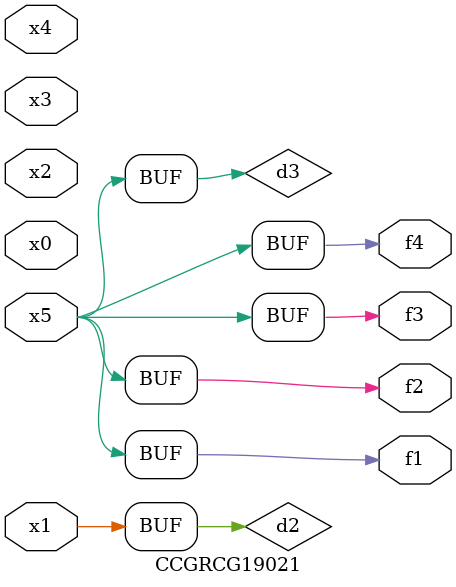
<source format=v>
module CCGRCG19021(
	input x0, x1, x2, x3, x4, x5,
	output f1, f2, f3, f4
);

	wire d1, d2, d3;

	not (d1, x5);
	or (d2, x1);
	xnor (d3, d1);
	assign f1 = d3;
	assign f2 = d3;
	assign f3 = d3;
	assign f4 = d3;
endmodule

</source>
